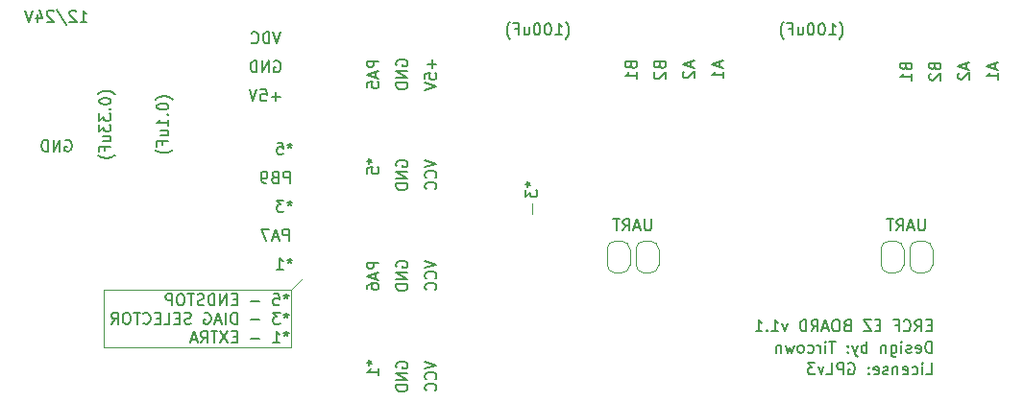
<source format=gbo>
G04 #@! TF.GenerationSoftware,KiCad,Pcbnew,(5.1.9)-1*
G04 #@! TF.CreationDate,2021-06-02T16:44:23+02:00*
G04 #@! TF.ProjectId,ercf-ez-board,65726366-2d65-47a2-9d62-6f6172642e6b,v1.1*
G04 #@! TF.SameCoordinates,Original*
G04 #@! TF.FileFunction,Legend,Bot*
G04 #@! TF.FilePolarity,Positive*
%FSLAX46Y46*%
G04 Gerber Fmt 4.6, Leading zero omitted, Abs format (unit mm)*
G04 Created by KiCad (PCBNEW (5.1.9)-1) date 2021-06-02 16:44:23*
%MOMM*%
%LPD*%
G01*
G04 APERTURE LIST*
%ADD10C,0.150000*%
%ADD11C,0.120000*%
%ADD12C,0.200000*%
G04 APERTURE END LIST*
D10*
X158414404Y-137088571D02*
X158081071Y-137088571D01*
X157938214Y-137612380D02*
X158414404Y-137612380D01*
X158414404Y-136612380D01*
X157938214Y-136612380D01*
X156938214Y-137612380D02*
X157271547Y-137136190D01*
X157509642Y-137612380D02*
X157509642Y-136612380D01*
X157128690Y-136612380D01*
X157033452Y-136660000D01*
X156985833Y-136707619D01*
X156938214Y-136802857D01*
X156938214Y-136945714D01*
X156985833Y-137040952D01*
X157033452Y-137088571D01*
X157128690Y-137136190D01*
X157509642Y-137136190D01*
X155938214Y-137517142D02*
X155985833Y-137564761D01*
X156128690Y-137612380D01*
X156223928Y-137612380D01*
X156366785Y-137564761D01*
X156462023Y-137469523D01*
X156509642Y-137374285D01*
X156557261Y-137183809D01*
X156557261Y-137040952D01*
X156509642Y-136850476D01*
X156462023Y-136755238D01*
X156366785Y-136660000D01*
X156223928Y-136612380D01*
X156128690Y-136612380D01*
X155985833Y-136660000D01*
X155938214Y-136707619D01*
X155176309Y-137088571D02*
X155509642Y-137088571D01*
X155509642Y-137612380D02*
X155509642Y-136612380D01*
X155033452Y-136612380D01*
X153890595Y-137088571D02*
X153557261Y-137088571D01*
X153414404Y-137612380D02*
X153890595Y-137612380D01*
X153890595Y-136612380D01*
X153414404Y-136612380D01*
X153081071Y-136612380D02*
X152414404Y-136612380D01*
X153081071Y-137612380D01*
X152414404Y-137612380D01*
X150938214Y-137088571D02*
X150795357Y-137136190D01*
X150747738Y-137183809D01*
X150700119Y-137279047D01*
X150700119Y-137421904D01*
X150747738Y-137517142D01*
X150795357Y-137564761D01*
X150890595Y-137612380D01*
X151271547Y-137612380D01*
X151271547Y-136612380D01*
X150938214Y-136612380D01*
X150842976Y-136660000D01*
X150795357Y-136707619D01*
X150747738Y-136802857D01*
X150747738Y-136898095D01*
X150795357Y-136993333D01*
X150842976Y-137040952D01*
X150938214Y-137088571D01*
X151271547Y-137088571D01*
X150081071Y-136612380D02*
X149890595Y-136612380D01*
X149795357Y-136660000D01*
X149700119Y-136755238D01*
X149652500Y-136945714D01*
X149652500Y-137279047D01*
X149700119Y-137469523D01*
X149795357Y-137564761D01*
X149890595Y-137612380D01*
X150081071Y-137612380D01*
X150176309Y-137564761D01*
X150271547Y-137469523D01*
X150319166Y-137279047D01*
X150319166Y-136945714D01*
X150271547Y-136755238D01*
X150176309Y-136660000D01*
X150081071Y-136612380D01*
X149271547Y-137326666D02*
X148795357Y-137326666D01*
X149366785Y-137612380D02*
X149033452Y-136612380D01*
X148700119Y-137612380D01*
X147795357Y-137612380D02*
X148128690Y-137136190D01*
X148366785Y-137612380D02*
X148366785Y-136612380D01*
X147985833Y-136612380D01*
X147890595Y-136660000D01*
X147842976Y-136707619D01*
X147795357Y-136802857D01*
X147795357Y-136945714D01*
X147842976Y-137040952D01*
X147890595Y-137088571D01*
X147985833Y-137136190D01*
X148366785Y-137136190D01*
X147366785Y-137612380D02*
X147366785Y-136612380D01*
X147128690Y-136612380D01*
X146985833Y-136660000D01*
X146890595Y-136755238D01*
X146842976Y-136850476D01*
X146795357Y-137040952D01*
X146795357Y-137183809D01*
X146842976Y-137374285D01*
X146890595Y-137469523D01*
X146985833Y-137564761D01*
X147128690Y-137612380D01*
X147366785Y-137612380D01*
X145700119Y-136945714D02*
X145462023Y-137612380D01*
X145223928Y-136945714D01*
X144319166Y-137612380D02*
X144890595Y-137612380D01*
X144604880Y-137612380D02*
X144604880Y-136612380D01*
X144700119Y-136755238D01*
X144795357Y-136850476D01*
X144890595Y-136898095D01*
X143890595Y-137517142D02*
X143842976Y-137564761D01*
X143890595Y-137612380D01*
X143938214Y-137564761D01*
X143890595Y-137517142D01*
X143890595Y-137612380D01*
X142890595Y-137612380D02*
X143462023Y-137612380D01*
X143176309Y-137612380D02*
X143176309Y-136612380D01*
X143271547Y-136755238D01*
X143366785Y-136850476D01*
X143462023Y-136898095D01*
X157938214Y-141422380D02*
X158414404Y-141422380D01*
X158414404Y-140422380D01*
X157604880Y-141422380D02*
X157604880Y-140755714D01*
X157604880Y-140422380D02*
X157652500Y-140470000D01*
X157604880Y-140517619D01*
X157557261Y-140470000D01*
X157604880Y-140422380D01*
X157604880Y-140517619D01*
X156700119Y-141374761D02*
X156795357Y-141422380D01*
X156985833Y-141422380D01*
X157081071Y-141374761D01*
X157128690Y-141327142D01*
X157176309Y-141231904D01*
X157176309Y-140946190D01*
X157128690Y-140850952D01*
X157081071Y-140803333D01*
X156985833Y-140755714D01*
X156795357Y-140755714D01*
X156700119Y-140803333D01*
X155890595Y-141374761D02*
X155985833Y-141422380D01*
X156176309Y-141422380D01*
X156271547Y-141374761D01*
X156319166Y-141279523D01*
X156319166Y-140898571D01*
X156271547Y-140803333D01*
X156176309Y-140755714D01*
X155985833Y-140755714D01*
X155890595Y-140803333D01*
X155842976Y-140898571D01*
X155842976Y-140993809D01*
X156319166Y-141089047D01*
X155414404Y-140755714D02*
X155414404Y-141422380D01*
X155414404Y-140850952D02*
X155366785Y-140803333D01*
X155271547Y-140755714D01*
X155128690Y-140755714D01*
X155033452Y-140803333D01*
X154985833Y-140898571D01*
X154985833Y-141422380D01*
X154557261Y-141374761D02*
X154462023Y-141422380D01*
X154271547Y-141422380D01*
X154176309Y-141374761D01*
X154128690Y-141279523D01*
X154128690Y-141231904D01*
X154176309Y-141136666D01*
X154271547Y-141089047D01*
X154414404Y-141089047D01*
X154509642Y-141041428D01*
X154557261Y-140946190D01*
X154557261Y-140898571D01*
X154509642Y-140803333D01*
X154414404Y-140755714D01*
X154271547Y-140755714D01*
X154176309Y-140803333D01*
X153319166Y-141374761D02*
X153414404Y-141422380D01*
X153604880Y-141422380D01*
X153700119Y-141374761D01*
X153747738Y-141279523D01*
X153747738Y-140898571D01*
X153700119Y-140803333D01*
X153604880Y-140755714D01*
X153414404Y-140755714D01*
X153319166Y-140803333D01*
X153271547Y-140898571D01*
X153271547Y-140993809D01*
X153747738Y-141089047D01*
X152842976Y-141327142D02*
X152795357Y-141374761D01*
X152842976Y-141422380D01*
X152890595Y-141374761D01*
X152842976Y-141327142D01*
X152842976Y-141422380D01*
X152842976Y-140803333D02*
X152795357Y-140850952D01*
X152842976Y-140898571D01*
X152890595Y-140850952D01*
X152842976Y-140803333D01*
X152842976Y-140898571D01*
X151081071Y-140470000D02*
X151176309Y-140422380D01*
X151319166Y-140422380D01*
X151462023Y-140470000D01*
X151557261Y-140565238D01*
X151604880Y-140660476D01*
X151652500Y-140850952D01*
X151652500Y-140993809D01*
X151604880Y-141184285D01*
X151557261Y-141279523D01*
X151462023Y-141374761D01*
X151319166Y-141422380D01*
X151223928Y-141422380D01*
X151081071Y-141374761D01*
X151033452Y-141327142D01*
X151033452Y-140993809D01*
X151223928Y-140993809D01*
X150604880Y-141422380D02*
X150604880Y-140422380D01*
X150223928Y-140422380D01*
X150128690Y-140470000D01*
X150081071Y-140517619D01*
X150033452Y-140612857D01*
X150033452Y-140755714D01*
X150081071Y-140850952D01*
X150128690Y-140898571D01*
X150223928Y-140946190D01*
X150604880Y-140946190D01*
X149128690Y-141422380D02*
X149604880Y-141422380D01*
X149604880Y-140422380D01*
X148890595Y-140755714D02*
X148652500Y-141422380D01*
X148414404Y-140755714D01*
X148128690Y-140422380D02*
X147509642Y-140422380D01*
X147842976Y-140803333D01*
X147700119Y-140803333D01*
X147604880Y-140850952D01*
X147557261Y-140898571D01*
X147509642Y-140993809D01*
X147509642Y-141231904D01*
X147557261Y-141327142D01*
X147604880Y-141374761D01*
X147700119Y-141422380D01*
X147985833Y-141422380D01*
X148081071Y-141374761D01*
X148128690Y-141327142D01*
X158414404Y-139517380D02*
X158414404Y-138517380D01*
X158176309Y-138517380D01*
X158033452Y-138565000D01*
X157938214Y-138660238D01*
X157890595Y-138755476D01*
X157842976Y-138945952D01*
X157842976Y-139088809D01*
X157890595Y-139279285D01*
X157938214Y-139374523D01*
X158033452Y-139469761D01*
X158176309Y-139517380D01*
X158414404Y-139517380D01*
X157033452Y-139469761D02*
X157128690Y-139517380D01*
X157319166Y-139517380D01*
X157414404Y-139469761D01*
X157462023Y-139374523D01*
X157462023Y-138993571D01*
X157414404Y-138898333D01*
X157319166Y-138850714D01*
X157128690Y-138850714D01*
X157033452Y-138898333D01*
X156985833Y-138993571D01*
X156985833Y-139088809D01*
X157462023Y-139184047D01*
X156604880Y-139469761D02*
X156509642Y-139517380D01*
X156319166Y-139517380D01*
X156223928Y-139469761D01*
X156176309Y-139374523D01*
X156176309Y-139326904D01*
X156223928Y-139231666D01*
X156319166Y-139184047D01*
X156462023Y-139184047D01*
X156557261Y-139136428D01*
X156604880Y-139041190D01*
X156604880Y-138993571D01*
X156557261Y-138898333D01*
X156462023Y-138850714D01*
X156319166Y-138850714D01*
X156223928Y-138898333D01*
X155747738Y-139517380D02*
X155747738Y-138850714D01*
X155747738Y-138517380D02*
X155795357Y-138565000D01*
X155747738Y-138612619D01*
X155700119Y-138565000D01*
X155747738Y-138517380D01*
X155747738Y-138612619D01*
X154842976Y-138850714D02*
X154842976Y-139660238D01*
X154890595Y-139755476D01*
X154938214Y-139803095D01*
X155033452Y-139850714D01*
X155176309Y-139850714D01*
X155271547Y-139803095D01*
X154842976Y-139469761D02*
X154938214Y-139517380D01*
X155128690Y-139517380D01*
X155223928Y-139469761D01*
X155271547Y-139422142D01*
X155319166Y-139326904D01*
X155319166Y-139041190D01*
X155271547Y-138945952D01*
X155223928Y-138898333D01*
X155128690Y-138850714D01*
X154938214Y-138850714D01*
X154842976Y-138898333D01*
X154366785Y-138850714D02*
X154366785Y-139517380D01*
X154366785Y-138945952D02*
X154319166Y-138898333D01*
X154223928Y-138850714D01*
X154081071Y-138850714D01*
X153985833Y-138898333D01*
X153938214Y-138993571D01*
X153938214Y-139517380D01*
X152700119Y-139517380D02*
X152700119Y-138517380D01*
X152700119Y-138898333D02*
X152604880Y-138850714D01*
X152414404Y-138850714D01*
X152319166Y-138898333D01*
X152271547Y-138945952D01*
X152223928Y-139041190D01*
X152223928Y-139326904D01*
X152271547Y-139422142D01*
X152319166Y-139469761D01*
X152414404Y-139517380D01*
X152604880Y-139517380D01*
X152700119Y-139469761D01*
X151890595Y-138850714D02*
X151652500Y-139517380D01*
X151414404Y-138850714D02*
X151652500Y-139517380D01*
X151747738Y-139755476D01*
X151795357Y-139803095D01*
X151890595Y-139850714D01*
X151033452Y-139422142D02*
X150985833Y-139469761D01*
X151033452Y-139517380D01*
X151081071Y-139469761D01*
X151033452Y-139422142D01*
X151033452Y-139517380D01*
X151033452Y-138898333D02*
X150985833Y-138945952D01*
X151033452Y-138993571D01*
X151081071Y-138945952D01*
X151033452Y-138898333D01*
X151033452Y-138993571D01*
X149938214Y-138517380D02*
X149366785Y-138517380D01*
X149652500Y-139517380D02*
X149652500Y-138517380D01*
X149033452Y-139517380D02*
X149033452Y-138850714D01*
X149033452Y-138517380D02*
X149081071Y-138565000D01*
X149033452Y-138612619D01*
X148985833Y-138565000D01*
X149033452Y-138517380D01*
X149033452Y-138612619D01*
X148557261Y-139517380D02*
X148557261Y-138850714D01*
X148557261Y-139041190D02*
X148509642Y-138945952D01*
X148462023Y-138898333D01*
X148366785Y-138850714D01*
X148271547Y-138850714D01*
X147509642Y-139469761D02*
X147604880Y-139517380D01*
X147795357Y-139517380D01*
X147890595Y-139469761D01*
X147938214Y-139422142D01*
X147985833Y-139326904D01*
X147985833Y-139041190D01*
X147938214Y-138945952D01*
X147890595Y-138898333D01*
X147795357Y-138850714D01*
X147604880Y-138850714D01*
X147509642Y-138898333D01*
X146938214Y-139517380D02*
X147033452Y-139469761D01*
X147081071Y-139422142D01*
X147128690Y-139326904D01*
X147128690Y-139041190D01*
X147081071Y-138945952D01*
X147033452Y-138898333D01*
X146938214Y-138850714D01*
X146795357Y-138850714D01*
X146700119Y-138898333D01*
X146652500Y-138945952D01*
X146604880Y-139041190D01*
X146604880Y-139326904D01*
X146652500Y-139422142D01*
X146700119Y-139469761D01*
X146795357Y-139517380D01*
X146938214Y-139517380D01*
X146271547Y-138850714D02*
X146081071Y-139517380D01*
X145890595Y-139041190D01*
X145700119Y-139517380D01*
X145509642Y-138850714D01*
X145128690Y-138850714D02*
X145128690Y-139517380D01*
X145128690Y-138945952D02*
X145081071Y-138898333D01*
X144985833Y-138850714D01*
X144842976Y-138850714D01*
X144747738Y-138898333D01*
X144700119Y-138993571D01*
X144700119Y-139517380D01*
X133675238Y-127722380D02*
X133675238Y-128531904D01*
X133627619Y-128627142D01*
X133580000Y-128674761D01*
X133484761Y-128722380D01*
X133294285Y-128722380D01*
X133199047Y-128674761D01*
X133151428Y-128627142D01*
X133103809Y-128531904D01*
X133103809Y-127722380D01*
X132675238Y-128436666D02*
X132199047Y-128436666D01*
X132770476Y-128722380D02*
X132437142Y-127722380D01*
X132103809Y-128722380D01*
X131199047Y-128722380D02*
X131532380Y-128246190D01*
X131770476Y-128722380D02*
X131770476Y-127722380D01*
X131389523Y-127722380D01*
X131294285Y-127770000D01*
X131246666Y-127817619D01*
X131199047Y-127912857D01*
X131199047Y-128055714D01*
X131246666Y-128150952D01*
X131294285Y-128198571D01*
X131389523Y-128246190D01*
X131770476Y-128246190D01*
X130913333Y-127722380D02*
X130341904Y-127722380D01*
X130627619Y-128722380D02*
X130627619Y-127722380D01*
X157805238Y-127722380D02*
X157805238Y-128531904D01*
X157757619Y-128627142D01*
X157710000Y-128674761D01*
X157614761Y-128722380D01*
X157424285Y-128722380D01*
X157329047Y-128674761D01*
X157281428Y-128627142D01*
X157233809Y-128531904D01*
X157233809Y-127722380D01*
X156805238Y-128436666D02*
X156329047Y-128436666D01*
X156900476Y-128722380D02*
X156567142Y-127722380D01*
X156233809Y-128722380D01*
X155329047Y-128722380D02*
X155662380Y-128246190D01*
X155900476Y-128722380D02*
X155900476Y-127722380D01*
X155519523Y-127722380D01*
X155424285Y-127770000D01*
X155376666Y-127817619D01*
X155329047Y-127912857D01*
X155329047Y-128055714D01*
X155376666Y-128150952D01*
X155424285Y-128198571D01*
X155519523Y-128246190D01*
X155900476Y-128246190D01*
X155043333Y-127722380D02*
X154471904Y-127722380D01*
X154757619Y-128722380D02*
X154757619Y-127722380D01*
X82041904Y-120785000D02*
X82137142Y-120737380D01*
X82280000Y-120737380D01*
X82422857Y-120785000D01*
X82518095Y-120880238D01*
X82565714Y-120975476D01*
X82613333Y-121165952D01*
X82613333Y-121308809D01*
X82565714Y-121499285D01*
X82518095Y-121594523D01*
X82422857Y-121689761D01*
X82280000Y-121737380D01*
X82184761Y-121737380D01*
X82041904Y-121689761D01*
X81994285Y-121642142D01*
X81994285Y-121308809D01*
X82184761Y-121308809D01*
X81565714Y-121737380D02*
X81565714Y-120737380D01*
X80994285Y-121737380D01*
X80994285Y-120737380D01*
X80518095Y-121737380D02*
X80518095Y-120737380D01*
X80280000Y-120737380D01*
X80137142Y-120785000D01*
X80041904Y-120880238D01*
X79994285Y-120975476D01*
X79946666Y-121165952D01*
X79946666Y-121308809D01*
X79994285Y-121499285D01*
X80041904Y-121594523D01*
X80137142Y-121689761D01*
X80280000Y-121737380D01*
X80518095Y-121737380D01*
X83375238Y-110307380D02*
X83946666Y-110307380D01*
X83660952Y-110307380D02*
X83660952Y-109307380D01*
X83756190Y-109450238D01*
X83851428Y-109545476D01*
X83946666Y-109593095D01*
X82994285Y-109402619D02*
X82946666Y-109355000D01*
X82851428Y-109307380D01*
X82613333Y-109307380D01*
X82518095Y-109355000D01*
X82470476Y-109402619D01*
X82422857Y-109497857D01*
X82422857Y-109593095D01*
X82470476Y-109735952D01*
X83041904Y-110307380D01*
X82422857Y-110307380D01*
X81280000Y-109259761D02*
X82137142Y-110545476D01*
X80994285Y-109402619D02*
X80946666Y-109355000D01*
X80851428Y-109307380D01*
X80613333Y-109307380D01*
X80518095Y-109355000D01*
X80470476Y-109402619D01*
X80422857Y-109497857D01*
X80422857Y-109593095D01*
X80470476Y-109735952D01*
X81041904Y-110307380D01*
X80422857Y-110307380D01*
X79565714Y-109640714D02*
X79565714Y-110307380D01*
X79803809Y-109259761D02*
X80041904Y-109974047D01*
X79422857Y-109974047D01*
X79184761Y-109307380D02*
X78851428Y-110307380D01*
X78518095Y-109307380D01*
X150280380Y-111831333D02*
X150328000Y-111783714D01*
X150423238Y-111640857D01*
X150470857Y-111545619D01*
X150518476Y-111402761D01*
X150566095Y-111164666D01*
X150566095Y-110974190D01*
X150518476Y-110736095D01*
X150470857Y-110593238D01*
X150423238Y-110498000D01*
X150328000Y-110355142D01*
X150280380Y-110307523D01*
X149375619Y-111450380D02*
X149947047Y-111450380D01*
X149661333Y-111450380D02*
X149661333Y-110450380D01*
X149756571Y-110593238D01*
X149851809Y-110688476D01*
X149947047Y-110736095D01*
X148756571Y-110450380D02*
X148661333Y-110450380D01*
X148566095Y-110498000D01*
X148518476Y-110545619D01*
X148470857Y-110640857D01*
X148423238Y-110831333D01*
X148423238Y-111069428D01*
X148470857Y-111259904D01*
X148518476Y-111355142D01*
X148566095Y-111402761D01*
X148661333Y-111450380D01*
X148756571Y-111450380D01*
X148851809Y-111402761D01*
X148899428Y-111355142D01*
X148947047Y-111259904D01*
X148994666Y-111069428D01*
X148994666Y-110831333D01*
X148947047Y-110640857D01*
X148899428Y-110545619D01*
X148851809Y-110498000D01*
X148756571Y-110450380D01*
X147804190Y-110450380D02*
X147708952Y-110450380D01*
X147613714Y-110498000D01*
X147566095Y-110545619D01*
X147518476Y-110640857D01*
X147470857Y-110831333D01*
X147470857Y-111069428D01*
X147518476Y-111259904D01*
X147566095Y-111355142D01*
X147613714Y-111402761D01*
X147708952Y-111450380D01*
X147804190Y-111450380D01*
X147899428Y-111402761D01*
X147947047Y-111355142D01*
X147994666Y-111259904D01*
X148042285Y-111069428D01*
X148042285Y-110831333D01*
X147994666Y-110640857D01*
X147947047Y-110545619D01*
X147899428Y-110498000D01*
X147804190Y-110450380D01*
X146613714Y-110783714D02*
X146613714Y-111450380D01*
X147042285Y-110783714D02*
X147042285Y-111307523D01*
X146994666Y-111402761D01*
X146899428Y-111450380D01*
X146756571Y-111450380D01*
X146661333Y-111402761D01*
X146613714Y-111355142D01*
X145804190Y-110926571D02*
X146137523Y-110926571D01*
X146137523Y-111450380D02*
X146137523Y-110450380D01*
X145661333Y-110450380D01*
X145375619Y-111831333D02*
X145328000Y-111783714D01*
X145232761Y-111640857D01*
X145185142Y-111545619D01*
X145137523Y-111402761D01*
X145089904Y-111164666D01*
X145089904Y-110974190D01*
X145137523Y-110736095D01*
X145185142Y-110593238D01*
X145232761Y-110498000D01*
X145328000Y-110355142D01*
X145375619Y-110307523D01*
X126150380Y-111831333D02*
X126198000Y-111783714D01*
X126293238Y-111640857D01*
X126340857Y-111545619D01*
X126388476Y-111402761D01*
X126436095Y-111164666D01*
X126436095Y-110974190D01*
X126388476Y-110736095D01*
X126340857Y-110593238D01*
X126293238Y-110498000D01*
X126198000Y-110355142D01*
X126150380Y-110307523D01*
X125245619Y-111450380D02*
X125817047Y-111450380D01*
X125531333Y-111450380D02*
X125531333Y-110450380D01*
X125626571Y-110593238D01*
X125721809Y-110688476D01*
X125817047Y-110736095D01*
X124626571Y-110450380D02*
X124531333Y-110450380D01*
X124436095Y-110498000D01*
X124388476Y-110545619D01*
X124340857Y-110640857D01*
X124293238Y-110831333D01*
X124293238Y-111069428D01*
X124340857Y-111259904D01*
X124388476Y-111355142D01*
X124436095Y-111402761D01*
X124531333Y-111450380D01*
X124626571Y-111450380D01*
X124721809Y-111402761D01*
X124769428Y-111355142D01*
X124817047Y-111259904D01*
X124864666Y-111069428D01*
X124864666Y-110831333D01*
X124817047Y-110640857D01*
X124769428Y-110545619D01*
X124721809Y-110498000D01*
X124626571Y-110450380D01*
X123674190Y-110450380D02*
X123578952Y-110450380D01*
X123483714Y-110498000D01*
X123436095Y-110545619D01*
X123388476Y-110640857D01*
X123340857Y-110831333D01*
X123340857Y-111069428D01*
X123388476Y-111259904D01*
X123436095Y-111355142D01*
X123483714Y-111402761D01*
X123578952Y-111450380D01*
X123674190Y-111450380D01*
X123769428Y-111402761D01*
X123817047Y-111355142D01*
X123864666Y-111259904D01*
X123912285Y-111069428D01*
X123912285Y-110831333D01*
X123864666Y-110640857D01*
X123817047Y-110545619D01*
X123769428Y-110498000D01*
X123674190Y-110450380D01*
X122483714Y-110783714D02*
X122483714Y-111450380D01*
X122912285Y-110783714D02*
X122912285Y-111307523D01*
X122864666Y-111402761D01*
X122769428Y-111450380D01*
X122626571Y-111450380D01*
X122531333Y-111402761D01*
X122483714Y-111355142D01*
X121674190Y-110926571D02*
X122007523Y-110926571D01*
X122007523Y-111450380D02*
X122007523Y-110450380D01*
X121531333Y-110450380D01*
X121245619Y-111831333D02*
X121198000Y-111783714D01*
X121102761Y-111640857D01*
X121055142Y-111545619D01*
X121007523Y-111402761D01*
X120959904Y-111164666D01*
X120959904Y-110974190D01*
X121007523Y-110736095D01*
X121055142Y-110593238D01*
X121102761Y-110498000D01*
X121198000Y-110355142D01*
X121245619Y-110307523D01*
X91511333Y-117165714D02*
X91463714Y-117118095D01*
X91320857Y-117022857D01*
X91225619Y-116975238D01*
X91082761Y-116927619D01*
X90844666Y-116880000D01*
X90654190Y-116880000D01*
X90416095Y-116927619D01*
X90273238Y-116975238D01*
X90178000Y-117022857D01*
X90035142Y-117118095D01*
X89987523Y-117165714D01*
X90130380Y-117737142D02*
X90130380Y-117832380D01*
X90178000Y-117927619D01*
X90225619Y-117975238D01*
X90320857Y-118022857D01*
X90511333Y-118070476D01*
X90749428Y-118070476D01*
X90939904Y-118022857D01*
X91035142Y-117975238D01*
X91082761Y-117927619D01*
X91130380Y-117832380D01*
X91130380Y-117737142D01*
X91082761Y-117641904D01*
X91035142Y-117594285D01*
X90939904Y-117546666D01*
X90749428Y-117499047D01*
X90511333Y-117499047D01*
X90320857Y-117546666D01*
X90225619Y-117594285D01*
X90178000Y-117641904D01*
X90130380Y-117737142D01*
X91035142Y-118499047D02*
X91082761Y-118546666D01*
X91130380Y-118499047D01*
X91082761Y-118451428D01*
X91035142Y-118499047D01*
X91130380Y-118499047D01*
X91130380Y-119499047D02*
X91130380Y-118927619D01*
X91130380Y-119213333D02*
X90130380Y-119213333D01*
X90273238Y-119118095D01*
X90368476Y-119022857D01*
X90416095Y-118927619D01*
X90463714Y-120356190D02*
X91130380Y-120356190D01*
X90463714Y-119927619D02*
X90987523Y-119927619D01*
X91082761Y-119975238D01*
X91130380Y-120070476D01*
X91130380Y-120213333D01*
X91082761Y-120308571D01*
X91035142Y-120356190D01*
X90606571Y-121165714D02*
X90606571Y-120832380D01*
X91130380Y-120832380D02*
X90130380Y-120832380D01*
X90130380Y-121308571D01*
X91511333Y-121594285D02*
X91463714Y-121641904D01*
X91320857Y-121737142D01*
X91225619Y-121784761D01*
X91082761Y-121832380D01*
X90844666Y-121880000D01*
X90654190Y-121880000D01*
X90416095Y-121832380D01*
X90273238Y-121784761D01*
X90178000Y-121737142D01*
X90035142Y-121641904D01*
X89987523Y-121594285D01*
X86431333Y-116689523D02*
X86383714Y-116641904D01*
X86240857Y-116546666D01*
X86145619Y-116499047D01*
X86002761Y-116451428D01*
X85764666Y-116403809D01*
X85574190Y-116403809D01*
X85336095Y-116451428D01*
X85193238Y-116499047D01*
X85098000Y-116546666D01*
X84955142Y-116641904D01*
X84907523Y-116689523D01*
X85050380Y-117260952D02*
X85050380Y-117356190D01*
X85098000Y-117451428D01*
X85145619Y-117499047D01*
X85240857Y-117546666D01*
X85431333Y-117594285D01*
X85669428Y-117594285D01*
X85859904Y-117546666D01*
X85955142Y-117499047D01*
X86002761Y-117451428D01*
X86050380Y-117356190D01*
X86050380Y-117260952D01*
X86002761Y-117165714D01*
X85955142Y-117118095D01*
X85859904Y-117070476D01*
X85669428Y-117022857D01*
X85431333Y-117022857D01*
X85240857Y-117070476D01*
X85145619Y-117118095D01*
X85098000Y-117165714D01*
X85050380Y-117260952D01*
X85955142Y-118022857D02*
X86002761Y-118070476D01*
X86050380Y-118022857D01*
X86002761Y-117975238D01*
X85955142Y-118022857D01*
X86050380Y-118022857D01*
X85050380Y-118403809D02*
X85050380Y-119022857D01*
X85431333Y-118689523D01*
X85431333Y-118832380D01*
X85478952Y-118927619D01*
X85526571Y-118975238D01*
X85621809Y-119022857D01*
X85859904Y-119022857D01*
X85955142Y-118975238D01*
X86002761Y-118927619D01*
X86050380Y-118832380D01*
X86050380Y-118546666D01*
X86002761Y-118451428D01*
X85955142Y-118403809D01*
X85050380Y-119356190D02*
X85050380Y-119975238D01*
X85431333Y-119641904D01*
X85431333Y-119784761D01*
X85478952Y-119880000D01*
X85526571Y-119927619D01*
X85621809Y-119975238D01*
X85859904Y-119975238D01*
X85955142Y-119927619D01*
X86002761Y-119880000D01*
X86050380Y-119784761D01*
X86050380Y-119499047D01*
X86002761Y-119403809D01*
X85955142Y-119356190D01*
X85383714Y-120832380D02*
X86050380Y-120832380D01*
X85383714Y-120403809D02*
X85907523Y-120403809D01*
X86002761Y-120451428D01*
X86050380Y-120546666D01*
X86050380Y-120689523D01*
X86002761Y-120784761D01*
X85955142Y-120832380D01*
X85526571Y-121641904D02*
X85526571Y-121308571D01*
X86050380Y-121308571D02*
X85050380Y-121308571D01*
X85050380Y-121784761D01*
X86431333Y-122070476D02*
X86383714Y-122118095D01*
X86240857Y-122213333D01*
X86145619Y-122260952D01*
X86002761Y-122308571D01*
X85764666Y-122356190D01*
X85574190Y-122356190D01*
X85336095Y-122308571D01*
X85193238Y-122260952D01*
X85098000Y-122213333D01*
X84955142Y-122118095D01*
X84907523Y-122070476D01*
D11*
X123190000Y-126365000D02*
X123190000Y-127254000D01*
X101981000Y-133985000D02*
X102997000Y-132969000D01*
X101981000Y-139065000D02*
X101981000Y-133985000D01*
X85471000Y-139065000D02*
X101981000Y-139065000D01*
X85471000Y-133985000D02*
X85471000Y-139065000D01*
X101981000Y-133985000D02*
X85471000Y-133985000D01*
D10*
X101502547Y-134327380D02*
X101502547Y-134565476D01*
X101740642Y-134470238D02*
X101502547Y-134565476D01*
X101264452Y-134470238D01*
X101645404Y-134755952D02*
X101502547Y-134565476D01*
X101359690Y-134755952D01*
X100407309Y-134327380D02*
X100883500Y-134327380D01*
X100931119Y-134803571D01*
X100883500Y-134755952D01*
X100788261Y-134708333D01*
X100550166Y-134708333D01*
X100454928Y-134755952D01*
X100407309Y-134803571D01*
X100359690Y-134898809D01*
X100359690Y-135136904D01*
X100407309Y-135232142D01*
X100454928Y-135279761D01*
X100550166Y-135327380D01*
X100788261Y-135327380D01*
X100883500Y-135279761D01*
X100931119Y-135232142D01*
X99169214Y-134946428D02*
X98407309Y-134946428D01*
X97169214Y-134803571D02*
X96835880Y-134803571D01*
X96693023Y-135327380D02*
X97169214Y-135327380D01*
X97169214Y-134327380D01*
X96693023Y-134327380D01*
X96264452Y-135327380D02*
X96264452Y-134327380D01*
X95693023Y-135327380D01*
X95693023Y-134327380D01*
X95216833Y-135327380D02*
X95216833Y-134327380D01*
X94978738Y-134327380D01*
X94835880Y-134375000D01*
X94740642Y-134470238D01*
X94693023Y-134565476D01*
X94645404Y-134755952D01*
X94645404Y-134898809D01*
X94693023Y-135089285D01*
X94740642Y-135184523D01*
X94835880Y-135279761D01*
X94978738Y-135327380D01*
X95216833Y-135327380D01*
X94264452Y-135279761D02*
X94121595Y-135327380D01*
X93883500Y-135327380D01*
X93788261Y-135279761D01*
X93740642Y-135232142D01*
X93693023Y-135136904D01*
X93693023Y-135041666D01*
X93740642Y-134946428D01*
X93788261Y-134898809D01*
X93883500Y-134851190D01*
X94073976Y-134803571D01*
X94169214Y-134755952D01*
X94216833Y-134708333D01*
X94264452Y-134613095D01*
X94264452Y-134517857D01*
X94216833Y-134422619D01*
X94169214Y-134375000D01*
X94073976Y-134327380D01*
X93835880Y-134327380D01*
X93693023Y-134375000D01*
X93407309Y-134327380D02*
X92835880Y-134327380D01*
X93121595Y-135327380D02*
X93121595Y-134327380D01*
X92312071Y-134327380D02*
X92121595Y-134327380D01*
X92026357Y-134375000D01*
X91931119Y-134470238D01*
X91883500Y-134660714D01*
X91883500Y-134994047D01*
X91931119Y-135184523D01*
X92026357Y-135279761D01*
X92121595Y-135327380D01*
X92312071Y-135327380D01*
X92407309Y-135279761D01*
X92502547Y-135184523D01*
X92550166Y-134994047D01*
X92550166Y-134660714D01*
X92502547Y-134470238D01*
X92407309Y-134375000D01*
X92312071Y-134327380D01*
X91454928Y-135327380D02*
X91454928Y-134327380D01*
X91073976Y-134327380D01*
X90978738Y-134375000D01*
X90931119Y-134422619D01*
X90883500Y-134517857D01*
X90883500Y-134660714D01*
X90931119Y-134755952D01*
X90978738Y-134803571D01*
X91073976Y-134851190D01*
X91454928Y-134851190D01*
X101502547Y-135977380D02*
X101502547Y-136215476D01*
X101740642Y-136120238D02*
X101502547Y-136215476D01*
X101264452Y-136120238D01*
X101645404Y-136405952D02*
X101502547Y-136215476D01*
X101359690Y-136405952D01*
X100978738Y-135977380D02*
X100359690Y-135977380D01*
X100693023Y-136358333D01*
X100550166Y-136358333D01*
X100454928Y-136405952D01*
X100407309Y-136453571D01*
X100359690Y-136548809D01*
X100359690Y-136786904D01*
X100407309Y-136882142D01*
X100454928Y-136929761D01*
X100550166Y-136977380D01*
X100835880Y-136977380D01*
X100931119Y-136929761D01*
X100978738Y-136882142D01*
X99169214Y-136596428D02*
X98407309Y-136596428D01*
X97169214Y-136977380D02*
X97169214Y-135977380D01*
X96931119Y-135977380D01*
X96788261Y-136025000D01*
X96693023Y-136120238D01*
X96645404Y-136215476D01*
X96597785Y-136405952D01*
X96597785Y-136548809D01*
X96645404Y-136739285D01*
X96693023Y-136834523D01*
X96788261Y-136929761D01*
X96931119Y-136977380D01*
X97169214Y-136977380D01*
X96169214Y-136977380D02*
X96169214Y-135977380D01*
X95740642Y-136691666D02*
X95264452Y-136691666D01*
X95835880Y-136977380D02*
X95502547Y-135977380D01*
X95169214Y-136977380D01*
X94312071Y-136025000D02*
X94407309Y-135977380D01*
X94550166Y-135977380D01*
X94693023Y-136025000D01*
X94788261Y-136120238D01*
X94835880Y-136215476D01*
X94883500Y-136405952D01*
X94883500Y-136548809D01*
X94835880Y-136739285D01*
X94788261Y-136834523D01*
X94693023Y-136929761D01*
X94550166Y-136977380D01*
X94454928Y-136977380D01*
X94312071Y-136929761D01*
X94264452Y-136882142D01*
X94264452Y-136548809D01*
X94454928Y-136548809D01*
X93121595Y-136929761D02*
X92978738Y-136977380D01*
X92740642Y-136977380D01*
X92645404Y-136929761D01*
X92597785Y-136882142D01*
X92550166Y-136786904D01*
X92550166Y-136691666D01*
X92597785Y-136596428D01*
X92645404Y-136548809D01*
X92740642Y-136501190D01*
X92931119Y-136453571D01*
X93026357Y-136405952D01*
X93073976Y-136358333D01*
X93121595Y-136263095D01*
X93121595Y-136167857D01*
X93073976Y-136072619D01*
X93026357Y-136025000D01*
X92931119Y-135977380D01*
X92693023Y-135977380D01*
X92550166Y-136025000D01*
X92121595Y-136453571D02*
X91788261Y-136453571D01*
X91645404Y-136977380D02*
X92121595Y-136977380D01*
X92121595Y-135977380D01*
X91645404Y-135977380D01*
X90740642Y-136977380D02*
X91216833Y-136977380D01*
X91216833Y-135977380D01*
X90407309Y-136453571D02*
X90073976Y-136453571D01*
X89931119Y-136977380D02*
X90407309Y-136977380D01*
X90407309Y-135977380D01*
X89931119Y-135977380D01*
X88931119Y-136882142D02*
X88978738Y-136929761D01*
X89121595Y-136977380D01*
X89216833Y-136977380D01*
X89359690Y-136929761D01*
X89454928Y-136834523D01*
X89502547Y-136739285D01*
X89550166Y-136548809D01*
X89550166Y-136405952D01*
X89502547Y-136215476D01*
X89454928Y-136120238D01*
X89359690Y-136025000D01*
X89216833Y-135977380D01*
X89121595Y-135977380D01*
X88978738Y-136025000D01*
X88931119Y-136072619D01*
X88645404Y-135977380D02*
X88073976Y-135977380D01*
X88359690Y-136977380D02*
X88359690Y-135977380D01*
X87550166Y-135977380D02*
X87359690Y-135977380D01*
X87264452Y-136025000D01*
X87169214Y-136120238D01*
X87121595Y-136310714D01*
X87121595Y-136644047D01*
X87169214Y-136834523D01*
X87264452Y-136929761D01*
X87359690Y-136977380D01*
X87550166Y-136977380D01*
X87645404Y-136929761D01*
X87740642Y-136834523D01*
X87788261Y-136644047D01*
X87788261Y-136310714D01*
X87740642Y-136120238D01*
X87645404Y-136025000D01*
X87550166Y-135977380D01*
X86121595Y-136977380D02*
X86454928Y-136501190D01*
X86693023Y-136977380D02*
X86693023Y-135977380D01*
X86312071Y-135977380D01*
X86216833Y-136025000D01*
X86169214Y-136072619D01*
X86121595Y-136167857D01*
X86121595Y-136310714D01*
X86169214Y-136405952D01*
X86216833Y-136453571D01*
X86312071Y-136501190D01*
X86693023Y-136501190D01*
X101502547Y-137627380D02*
X101502547Y-137865476D01*
X101740642Y-137770238D02*
X101502547Y-137865476D01*
X101264452Y-137770238D01*
X101645404Y-138055952D02*
X101502547Y-137865476D01*
X101359690Y-138055952D01*
X100359690Y-138627380D02*
X100931119Y-138627380D01*
X100645404Y-138627380D02*
X100645404Y-137627380D01*
X100740642Y-137770238D01*
X100835880Y-137865476D01*
X100931119Y-137913095D01*
X99169214Y-138246428D02*
X98407309Y-138246428D01*
X97169214Y-138103571D02*
X96835880Y-138103571D01*
X96693023Y-138627380D02*
X97169214Y-138627380D01*
X97169214Y-137627380D01*
X96693023Y-137627380D01*
X96359690Y-137627380D02*
X95693023Y-138627380D01*
X95693023Y-137627380D02*
X96359690Y-138627380D01*
X95454928Y-137627380D02*
X94883500Y-137627380D01*
X95169214Y-138627380D02*
X95169214Y-137627380D01*
X93978738Y-138627380D02*
X94312071Y-138151190D01*
X94550166Y-138627380D02*
X94550166Y-137627380D01*
X94169214Y-137627380D01*
X94073976Y-137675000D01*
X94026357Y-137722619D01*
X93978738Y-137817857D01*
X93978738Y-137960714D01*
X94026357Y-138055952D01*
X94073976Y-138103571D01*
X94169214Y-138151190D01*
X94550166Y-138151190D01*
X93597785Y-138341666D02*
X93121595Y-138341666D01*
X93693023Y-138627380D02*
X93359690Y-137627380D01*
X93026357Y-138627380D01*
X101822095Y-131151380D02*
X101822095Y-131389476D01*
X102060190Y-131294238D02*
X101822095Y-131389476D01*
X101584000Y-131294238D01*
X101964952Y-131579952D02*
X101822095Y-131389476D01*
X101679238Y-131579952D01*
X100679238Y-132151380D02*
X101250666Y-132151380D01*
X100964952Y-132151380D02*
X100964952Y-131151380D01*
X101060190Y-131294238D01*
X101155428Y-131389476D01*
X101250666Y-131437095D01*
X101822095Y-120991380D02*
X101822095Y-121229476D01*
X102060190Y-121134238D02*
X101822095Y-121229476D01*
X101584000Y-121134238D01*
X101964952Y-121419952D02*
X101822095Y-121229476D01*
X101679238Y-121419952D01*
X100726857Y-120991380D02*
X101203047Y-120991380D01*
X101250666Y-121467571D01*
X101203047Y-121419952D01*
X101107809Y-121372333D01*
X100869714Y-121372333D01*
X100774476Y-121419952D01*
X100726857Y-121467571D01*
X100679238Y-121562809D01*
X100679238Y-121800904D01*
X100726857Y-121896142D01*
X100774476Y-121943761D01*
X100869714Y-121991380D01*
X101107809Y-121991380D01*
X101203047Y-121943761D01*
X101250666Y-121896142D01*
X101822095Y-126071380D02*
X101822095Y-126309476D01*
X102060190Y-126214238D02*
X101822095Y-126309476D01*
X101584000Y-126214238D01*
X101964952Y-126499952D02*
X101822095Y-126309476D01*
X101679238Y-126499952D01*
X101298285Y-126071380D02*
X100679238Y-126071380D01*
X101012571Y-126452333D01*
X100869714Y-126452333D01*
X100774476Y-126499952D01*
X100726857Y-126547571D01*
X100679238Y-126642809D01*
X100679238Y-126880904D01*
X100726857Y-126976142D01*
X100774476Y-127023761D01*
X100869714Y-127071380D01*
X101155428Y-127071380D01*
X101250666Y-127023761D01*
X101298285Y-126976142D01*
X122642380Y-124618809D02*
X122880476Y-124618809D01*
X122785238Y-124380714D02*
X122880476Y-124618809D01*
X122785238Y-124856904D01*
X123070952Y-124475952D02*
X122880476Y-124618809D01*
X123070952Y-124761666D01*
X122642380Y-125142619D02*
X122642380Y-125761666D01*
X123023333Y-125428333D01*
X123023333Y-125571190D01*
X123070952Y-125666428D01*
X123118571Y-125714047D01*
X123213809Y-125761666D01*
X123451904Y-125761666D01*
X123547142Y-125714047D01*
X123594761Y-125666428D01*
X123642380Y-125571190D01*
X123642380Y-125285476D01*
X123594761Y-125190238D01*
X123547142Y-125142619D01*
X101822095Y-124531380D02*
X101822095Y-123531380D01*
X101441142Y-123531380D01*
X101345904Y-123579000D01*
X101298285Y-123626619D01*
X101250666Y-123721857D01*
X101250666Y-123864714D01*
X101298285Y-123959952D01*
X101345904Y-124007571D01*
X101441142Y-124055190D01*
X101822095Y-124055190D01*
X100488761Y-124007571D02*
X100345904Y-124055190D01*
X100298285Y-124102809D01*
X100250666Y-124198047D01*
X100250666Y-124340904D01*
X100298285Y-124436142D01*
X100345904Y-124483761D01*
X100441142Y-124531380D01*
X100822095Y-124531380D01*
X100822095Y-123531380D01*
X100488761Y-123531380D01*
X100393523Y-123579000D01*
X100345904Y-123626619D01*
X100298285Y-123721857D01*
X100298285Y-123817095D01*
X100345904Y-123912333D01*
X100393523Y-123959952D01*
X100488761Y-124007571D01*
X100822095Y-124007571D01*
X99774476Y-124531380D02*
X99584000Y-124531380D01*
X99488761Y-124483761D01*
X99441142Y-124436142D01*
X99345904Y-124293285D01*
X99298285Y-124102809D01*
X99298285Y-123721857D01*
X99345904Y-123626619D01*
X99393523Y-123579000D01*
X99488761Y-123531380D01*
X99679238Y-123531380D01*
X99774476Y-123579000D01*
X99822095Y-123626619D01*
X99869714Y-123721857D01*
X99869714Y-123959952D01*
X99822095Y-124055190D01*
X99774476Y-124102809D01*
X99679238Y-124150428D01*
X99488761Y-124150428D01*
X99393523Y-124102809D01*
X99345904Y-124055190D01*
X99298285Y-123959952D01*
X101750666Y-129611380D02*
X101750666Y-128611380D01*
X101369714Y-128611380D01*
X101274476Y-128659000D01*
X101226857Y-128706619D01*
X101179238Y-128801857D01*
X101179238Y-128944714D01*
X101226857Y-129039952D01*
X101274476Y-129087571D01*
X101369714Y-129135190D01*
X101750666Y-129135190D01*
X100798285Y-129325666D02*
X100322095Y-129325666D01*
X100893523Y-129611380D02*
X100560190Y-128611380D01*
X100226857Y-129611380D01*
X99988761Y-128611380D02*
X99322095Y-128611380D01*
X99750666Y-129611380D01*
X114371428Y-113649285D02*
X114371428Y-114411190D01*
X114752380Y-114030238D02*
X113990476Y-114030238D01*
X113752380Y-115363571D02*
X113752380Y-114887380D01*
X114228571Y-114839761D01*
X114180952Y-114887380D01*
X114133333Y-114982619D01*
X114133333Y-115220714D01*
X114180952Y-115315952D01*
X114228571Y-115363571D01*
X114323809Y-115411190D01*
X114561904Y-115411190D01*
X114657142Y-115363571D01*
X114704761Y-115315952D01*
X114752380Y-115220714D01*
X114752380Y-114982619D01*
X114704761Y-114887380D01*
X114657142Y-114839761D01*
X113752380Y-115696904D02*
X114752380Y-116030238D01*
X113752380Y-116363571D01*
X111260000Y-114173095D02*
X111212380Y-114077857D01*
X111212380Y-113935000D01*
X111260000Y-113792142D01*
X111355238Y-113696904D01*
X111450476Y-113649285D01*
X111640952Y-113601666D01*
X111783809Y-113601666D01*
X111974285Y-113649285D01*
X112069523Y-113696904D01*
X112164761Y-113792142D01*
X112212380Y-113935000D01*
X112212380Y-114030238D01*
X112164761Y-114173095D01*
X112117142Y-114220714D01*
X111783809Y-114220714D01*
X111783809Y-114030238D01*
X112212380Y-114649285D02*
X111212380Y-114649285D01*
X112212380Y-115220714D01*
X111212380Y-115220714D01*
X112212380Y-115696904D02*
X111212380Y-115696904D01*
X111212380Y-115935000D01*
X111260000Y-116077857D01*
X111355238Y-116173095D01*
X111450476Y-116220714D01*
X111640952Y-116268333D01*
X111783809Y-116268333D01*
X111974285Y-116220714D01*
X112069523Y-116173095D01*
X112164761Y-116077857D01*
X112212380Y-115935000D01*
X112212380Y-115696904D01*
X109672380Y-113768333D02*
X108672380Y-113768333D01*
X108672380Y-114149285D01*
X108720000Y-114244523D01*
X108767619Y-114292142D01*
X108862857Y-114339761D01*
X109005714Y-114339761D01*
X109100952Y-114292142D01*
X109148571Y-114244523D01*
X109196190Y-114149285D01*
X109196190Y-113768333D01*
X109386666Y-114720714D02*
X109386666Y-115196904D01*
X109672380Y-114625476D02*
X108672380Y-114958809D01*
X109672380Y-115292142D01*
X108672380Y-116101666D02*
X108672380Y-115625476D01*
X109148571Y-115577857D01*
X109100952Y-115625476D01*
X109053333Y-115720714D01*
X109053333Y-115958809D01*
X109100952Y-116054047D01*
X109148571Y-116101666D01*
X109243809Y-116149285D01*
X109481904Y-116149285D01*
X109577142Y-116101666D01*
X109624761Y-116054047D01*
X109672380Y-115958809D01*
X109672380Y-115720714D01*
X109624761Y-115625476D01*
X109577142Y-115577857D01*
X101028333Y-111212380D02*
X100695000Y-112212380D01*
X100361666Y-111212380D01*
X100028333Y-112212380D02*
X100028333Y-111212380D01*
X99790238Y-111212380D01*
X99647380Y-111260000D01*
X99552142Y-111355238D01*
X99504523Y-111450476D01*
X99456904Y-111640952D01*
X99456904Y-111783809D01*
X99504523Y-111974285D01*
X99552142Y-112069523D01*
X99647380Y-112164761D01*
X99790238Y-112212380D01*
X100028333Y-112212380D01*
X98456904Y-112117142D02*
X98504523Y-112164761D01*
X98647380Y-112212380D01*
X98742619Y-112212380D01*
X98885476Y-112164761D01*
X98980714Y-112069523D01*
X99028333Y-111974285D01*
X99075952Y-111783809D01*
X99075952Y-111640952D01*
X99028333Y-111450476D01*
X98980714Y-111355238D01*
X98885476Y-111260000D01*
X98742619Y-111212380D01*
X98647380Y-111212380D01*
X98504523Y-111260000D01*
X98456904Y-111307619D01*
X100980714Y-116911428D02*
X100218809Y-116911428D01*
X100599761Y-117292380D02*
X100599761Y-116530476D01*
X99266428Y-116292380D02*
X99742619Y-116292380D01*
X99790238Y-116768571D01*
X99742619Y-116720952D01*
X99647380Y-116673333D01*
X99409285Y-116673333D01*
X99314047Y-116720952D01*
X99266428Y-116768571D01*
X99218809Y-116863809D01*
X99218809Y-117101904D01*
X99266428Y-117197142D01*
X99314047Y-117244761D01*
X99409285Y-117292380D01*
X99647380Y-117292380D01*
X99742619Y-117244761D01*
X99790238Y-117197142D01*
X98933095Y-116292380D02*
X98599761Y-117292380D01*
X98266428Y-116292380D01*
X100456904Y-113800000D02*
X100552142Y-113752380D01*
X100695000Y-113752380D01*
X100837857Y-113800000D01*
X100933095Y-113895238D01*
X100980714Y-113990476D01*
X101028333Y-114180952D01*
X101028333Y-114323809D01*
X100980714Y-114514285D01*
X100933095Y-114609523D01*
X100837857Y-114704761D01*
X100695000Y-114752380D01*
X100599761Y-114752380D01*
X100456904Y-114704761D01*
X100409285Y-114657142D01*
X100409285Y-114323809D01*
X100599761Y-114323809D01*
X99980714Y-114752380D02*
X99980714Y-113752380D01*
X99409285Y-114752380D01*
X99409285Y-113752380D01*
X98933095Y-114752380D02*
X98933095Y-113752380D01*
X98695000Y-113752380D01*
X98552142Y-113800000D01*
X98456904Y-113895238D01*
X98409285Y-113990476D01*
X98361666Y-114180952D01*
X98361666Y-114323809D01*
X98409285Y-114514285D01*
X98456904Y-114609523D01*
X98552142Y-114704761D01*
X98695000Y-114752380D01*
X98933095Y-114752380D01*
X108672380Y-140366904D02*
X108910476Y-140366904D01*
X108815238Y-140128809D02*
X108910476Y-140366904D01*
X108815238Y-140605000D01*
X109100952Y-140224047D02*
X108910476Y-140366904D01*
X109100952Y-140509761D01*
X109672380Y-141509761D02*
X109672380Y-140938333D01*
X109672380Y-141224047D02*
X108672380Y-141224047D01*
X108815238Y-141128809D01*
X108910476Y-141033571D01*
X108958095Y-140938333D01*
X111260000Y-140843095D02*
X111212380Y-140747857D01*
X111212380Y-140605000D01*
X111260000Y-140462142D01*
X111355238Y-140366904D01*
X111450476Y-140319285D01*
X111640952Y-140271666D01*
X111783809Y-140271666D01*
X111974285Y-140319285D01*
X112069523Y-140366904D01*
X112164761Y-140462142D01*
X112212380Y-140605000D01*
X112212380Y-140700238D01*
X112164761Y-140843095D01*
X112117142Y-140890714D01*
X111783809Y-140890714D01*
X111783809Y-140700238D01*
X112212380Y-141319285D02*
X111212380Y-141319285D01*
X112212380Y-141890714D01*
X111212380Y-141890714D01*
X112212380Y-142366904D02*
X111212380Y-142366904D01*
X111212380Y-142605000D01*
X111260000Y-142747857D01*
X111355238Y-142843095D01*
X111450476Y-142890714D01*
X111640952Y-142938333D01*
X111783809Y-142938333D01*
X111974285Y-142890714D01*
X112069523Y-142843095D01*
X112164761Y-142747857D01*
X112212380Y-142605000D01*
X112212380Y-142366904D01*
X113752380Y-140271666D02*
X114752380Y-140605000D01*
X113752380Y-140938333D01*
X114657142Y-141843095D02*
X114704761Y-141795476D01*
X114752380Y-141652619D01*
X114752380Y-141557380D01*
X114704761Y-141414523D01*
X114609523Y-141319285D01*
X114514285Y-141271666D01*
X114323809Y-141224047D01*
X114180952Y-141224047D01*
X113990476Y-141271666D01*
X113895238Y-141319285D01*
X113800000Y-141414523D01*
X113752380Y-141557380D01*
X113752380Y-141652619D01*
X113800000Y-141795476D01*
X113847619Y-141843095D01*
X114657142Y-142843095D02*
X114704761Y-142795476D01*
X114752380Y-142652619D01*
X114752380Y-142557380D01*
X114704761Y-142414523D01*
X114609523Y-142319285D01*
X114514285Y-142271666D01*
X114323809Y-142224047D01*
X114180952Y-142224047D01*
X113990476Y-142271666D01*
X113895238Y-142319285D01*
X113800000Y-142414523D01*
X113752380Y-142557380D01*
X113752380Y-142652619D01*
X113800000Y-142795476D01*
X113847619Y-142843095D01*
X109672380Y-131548333D02*
X108672380Y-131548333D01*
X108672380Y-131929285D01*
X108720000Y-132024523D01*
X108767619Y-132072142D01*
X108862857Y-132119761D01*
X109005714Y-132119761D01*
X109100952Y-132072142D01*
X109148571Y-132024523D01*
X109196190Y-131929285D01*
X109196190Y-131548333D01*
X109386666Y-132500714D02*
X109386666Y-132976904D01*
X109672380Y-132405476D02*
X108672380Y-132738809D01*
X109672380Y-133072142D01*
X108672380Y-133834047D02*
X108672380Y-133643571D01*
X108720000Y-133548333D01*
X108767619Y-133500714D01*
X108910476Y-133405476D01*
X109100952Y-133357857D01*
X109481904Y-133357857D01*
X109577142Y-133405476D01*
X109624761Y-133453095D01*
X109672380Y-133548333D01*
X109672380Y-133738809D01*
X109624761Y-133834047D01*
X109577142Y-133881666D01*
X109481904Y-133929285D01*
X109243809Y-133929285D01*
X109148571Y-133881666D01*
X109100952Y-133834047D01*
X109053333Y-133738809D01*
X109053333Y-133548333D01*
X109100952Y-133453095D01*
X109148571Y-133405476D01*
X109243809Y-133357857D01*
X111260000Y-131953095D02*
X111212380Y-131857857D01*
X111212380Y-131715000D01*
X111260000Y-131572142D01*
X111355238Y-131476904D01*
X111450476Y-131429285D01*
X111640952Y-131381666D01*
X111783809Y-131381666D01*
X111974285Y-131429285D01*
X112069523Y-131476904D01*
X112164761Y-131572142D01*
X112212380Y-131715000D01*
X112212380Y-131810238D01*
X112164761Y-131953095D01*
X112117142Y-132000714D01*
X111783809Y-132000714D01*
X111783809Y-131810238D01*
X112212380Y-132429285D02*
X111212380Y-132429285D01*
X112212380Y-133000714D01*
X111212380Y-133000714D01*
X112212380Y-133476904D02*
X111212380Y-133476904D01*
X111212380Y-133715000D01*
X111260000Y-133857857D01*
X111355238Y-133953095D01*
X111450476Y-134000714D01*
X111640952Y-134048333D01*
X111783809Y-134048333D01*
X111974285Y-134000714D01*
X112069523Y-133953095D01*
X112164761Y-133857857D01*
X112212380Y-133715000D01*
X112212380Y-133476904D01*
X113752380Y-131381666D02*
X114752380Y-131715000D01*
X113752380Y-132048333D01*
X114657142Y-132953095D02*
X114704761Y-132905476D01*
X114752380Y-132762619D01*
X114752380Y-132667380D01*
X114704761Y-132524523D01*
X114609523Y-132429285D01*
X114514285Y-132381666D01*
X114323809Y-132334047D01*
X114180952Y-132334047D01*
X113990476Y-132381666D01*
X113895238Y-132429285D01*
X113800000Y-132524523D01*
X113752380Y-132667380D01*
X113752380Y-132762619D01*
X113800000Y-132905476D01*
X113847619Y-132953095D01*
X114657142Y-133953095D02*
X114704761Y-133905476D01*
X114752380Y-133762619D01*
X114752380Y-133667380D01*
X114704761Y-133524523D01*
X114609523Y-133429285D01*
X114514285Y-133381666D01*
X114323809Y-133334047D01*
X114180952Y-133334047D01*
X113990476Y-133381666D01*
X113895238Y-133429285D01*
X113800000Y-133524523D01*
X113752380Y-133667380D01*
X113752380Y-133762619D01*
X113800000Y-133905476D01*
X113847619Y-133953095D01*
X113752380Y-122491666D02*
X114752380Y-122825000D01*
X113752380Y-123158333D01*
X114657142Y-124063095D02*
X114704761Y-124015476D01*
X114752380Y-123872619D01*
X114752380Y-123777380D01*
X114704761Y-123634523D01*
X114609523Y-123539285D01*
X114514285Y-123491666D01*
X114323809Y-123444047D01*
X114180952Y-123444047D01*
X113990476Y-123491666D01*
X113895238Y-123539285D01*
X113800000Y-123634523D01*
X113752380Y-123777380D01*
X113752380Y-123872619D01*
X113800000Y-124015476D01*
X113847619Y-124063095D01*
X114657142Y-125063095D02*
X114704761Y-125015476D01*
X114752380Y-124872619D01*
X114752380Y-124777380D01*
X114704761Y-124634523D01*
X114609523Y-124539285D01*
X114514285Y-124491666D01*
X114323809Y-124444047D01*
X114180952Y-124444047D01*
X113990476Y-124491666D01*
X113895238Y-124539285D01*
X113800000Y-124634523D01*
X113752380Y-124777380D01*
X113752380Y-124872619D01*
X113800000Y-125015476D01*
X113847619Y-125063095D01*
X111260000Y-123063095D02*
X111212380Y-122967857D01*
X111212380Y-122825000D01*
X111260000Y-122682142D01*
X111355238Y-122586904D01*
X111450476Y-122539285D01*
X111640952Y-122491666D01*
X111783809Y-122491666D01*
X111974285Y-122539285D01*
X112069523Y-122586904D01*
X112164761Y-122682142D01*
X112212380Y-122825000D01*
X112212380Y-122920238D01*
X112164761Y-123063095D01*
X112117142Y-123110714D01*
X111783809Y-123110714D01*
X111783809Y-122920238D01*
X112212380Y-123539285D02*
X111212380Y-123539285D01*
X112212380Y-124110714D01*
X111212380Y-124110714D01*
X112212380Y-124586904D02*
X111212380Y-124586904D01*
X111212380Y-124825000D01*
X111260000Y-124967857D01*
X111355238Y-125063095D01*
X111450476Y-125110714D01*
X111640952Y-125158333D01*
X111783809Y-125158333D01*
X111974285Y-125110714D01*
X112069523Y-125063095D01*
X112164761Y-124967857D01*
X112212380Y-124825000D01*
X112212380Y-124586904D01*
X108672380Y-122586904D02*
X108910476Y-122586904D01*
X108815238Y-122348809D02*
X108910476Y-122586904D01*
X108815238Y-122825000D01*
X109100952Y-122444047D02*
X108910476Y-122586904D01*
X109100952Y-122729761D01*
X108672380Y-123682142D02*
X108672380Y-123205952D01*
X109148571Y-123158333D01*
X109100952Y-123205952D01*
X109053333Y-123301190D01*
X109053333Y-123539285D01*
X109100952Y-123634523D01*
X109148571Y-123682142D01*
X109243809Y-123729761D01*
X109481904Y-123729761D01*
X109577142Y-123682142D01*
X109624761Y-123634523D01*
X109672380Y-123539285D01*
X109672380Y-123301190D01*
X109624761Y-123205952D01*
X109577142Y-123158333D01*
D12*
X139739666Y-113839714D02*
X139739666Y-114315904D01*
X140025380Y-113744476D02*
X139025380Y-114077809D01*
X140025380Y-114411142D01*
X140025380Y-115268285D02*
X140025380Y-114696857D01*
X140025380Y-114982571D02*
X139025380Y-114982571D01*
X139168238Y-114887333D01*
X139263476Y-114792095D01*
X139311095Y-114696857D01*
D10*
X131881571Y-114149238D02*
X131929190Y-114292095D01*
X131976809Y-114339714D01*
X132072047Y-114387333D01*
X132214904Y-114387333D01*
X132310142Y-114339714D01*
X132357761Y-114292095D01*
X132405380Y-114196857D01*
X132405380Y-113815904D01*
X131405380Y-113815904D01*
X131405380Y-114149238D01*
X131453000Y-114244476D01*
X131500619Y-114292095D01*
X131595857Y-114339714D01*
X131691095Y-114339714D01*
X131786333Y-114292095D01*
X131833952Y-114244476D01*
X131881571Y-114149238D01*
X131881571Y-113815904D01*
X132405380Y-115339714D02*
X132405380Y-114768285D01*
X132405380Y-115054000D02*
X131405380Y-115054000D01*
X131548238Y-114958761D01*
X131643476Y-114863523D01*
X131691095Y-114768285D01*
X137199666Y-113839714D02*
X137199666Y-114315904D01*
X137485380Y-113744476D02*
X136485380Y-114077809D01*
X137485380Y-114411142D01*
X136580619Y-114696857D02*
X136533000Y-114744476D01*
X136485380Y-114839714D01*
X136485380Y-115077809D01*
X136533000Y-115173047D01*
X136580619Y-115220666D01*
X136675857Y-115268285D01*
X136771095Y-115268285D01*
X136913952Y-115220666D01*
X137485380Y-114649238D01*
X137485380Y-115268285D01*
X134421571Y-114149238D02*
X134469190Y-114292095D01*
X134516809Y-114339714D01*
X134612047Y-114387333D01*
X134754904Y-114387333D01*
X134850142Y-114339714D01*
X134897761Y-114292095D01*
X134945380Y-114196857D01*
X134945380Y-113815904D01*
X133945380Y-113815904D01*
X133945380Y-114149238D01*
X133993000Y-114244476D01*
X134040619Y-114292095D01*
X134135857Y-114339714D01*
X134231095Y-114339714D01*
X134326333Y-114292095D01*
X134373952Y-114244476D01*
X134421571Y-114149238D01*
X134421571Y-113815904D01*
X134040619Y-114768285D02*
X133993000Y-114815904D01*
X133945380Y-114911142D01*
X133945380Y-115149238D01*
X133993000Y-115244476D01*
X134040619Y-115292095D01*
X134135857Y-115339714D01*
X134231095Y-115339714D01*
X134373952Y-115292095D01*
X134945380Y-114720666D01*
X134945380Y-115339714D01*
X156138571Y-114276238D02*
X156186190Y-114419095D01*
X156233809Y-114466714D01*
X156329047Y-114514333D01*
X156471904Y-114514333D01*
X156567142Y-114466714D01*
X156614761Y-114419095D01*
X156662380Y-114323857D01*
X156662380Y-113942904D01*
X155662380Y-113942904D01*
X155662380Y-114276238D01*
X155710000Y-114371476D01*
X155757619Y-114419095D01*
X155852857Y-114466714D01*
X155948095Y-114466714D01*
X156043333Y-114419095D01*
X156090952Y-114371476D01*
X156138571Y-114276238D01*
X156138571Y-113942904D01*
X156662380Y-115466714D02*
X156662380Y-114895285D01*
X156662380Y-115181000D02*
X155662380Y-115181000D01*
X155805238Y-115085761D01*
X155900476Y-114990523D01*
X155948095Y-114895285D01*
X158678571Y-114276238D02*
X158726190Y-114419095D01*
X158773809Y-114466714D01*
X158869047Y-114514333D01*
X159011904Y-114514333D01*
X159107142Y-114466714D01*
X159154761Y-114419095D01*
X159202380Y-114323857D01*
X159202380Y-113942904D01*
X158202380Y-113942904D01*
X158202380Y-114276238D01*
X158250000Y-114371476D01*
X158297619Y-114419095D01*
X158392857Y-114466714D01*
X158488095Y-114466714D01*
X158583333Y-114419095D01*
X158630952Y-114371476D01*
X158678571Y-114276238D01*
X158678571Y-113942904D01*
X158297619Y-114895285D02*
X158250000Y-114942904D01*
X158202380Y-115038142D01*
X158202380Y-115276238D01*
X158250000Y-115371476D01*
X158297619Y-115419095D01*
X158392857Y-115466714D01*
X158488095Y-115466714D01*
X158630952Y-115419095D01*
X159202380Y-114847666D01*
X159202380Y-115466714D01*
X161456666Y-113966714D02*
X161456666Y-114442904D01*
X161742380Y-113871476D02*
X160742380Y-114204809D01*
X161742380Y-114538142D01*
X160837619Y-114823857D02*
X160790000Y-114871476D01*
X160742380Y-114966714D01*
X160742380Y-115204809D01*
X160790000Y-115300047D01*
X160837619Y-115347666D01*
X160932857Y-115395285D01*
X161028095Y-115395285D01*
X161170952Y-115347666D01*
X161742380Y-114776238D01*
X161742380Y-115395285D01*
D12*
X163996666Y-113966714D02*
X163996666Y-114442904D01*
X164282380Y-113871476D02*
X163282380Y-114204809D01*
X164282380Y-114538142D01*
X164282380Y-115395285D02*
X164282380Y-114823857D01*
X164282380Y-115109571D02*
X163282380Y-115109571D01*
X163425238Y-115014333D01*
X163520476Y-114919095D01*
X163568095Y-114823857D01*
D11*
X130510000Y-129664000D02*
G75*
G03*
X129810000Y-130364000I0J-700000D01*
G01*
X131810000Y-130364000D02*
G75*
G03*
X131110000Y-129664000I-700000J0D01*
G01*
X131110000Y-132464000D02*
G75*
G03*
X131810000Y-131764000I0J700000D01*
G01*
X129810000Y-131764000D02*
G75*
G03*
X130510000Y-132464000I700000J0D01*
G01*
X131110000Y-129664000D02*
X130510000Y-129664000D01*
X131810000Y-131764000D02*
X131810000Y-130364000D01*
X130510000Y-132464000D02*
X131110000Y-132464000D01*
X129810000Y-130364000D02*
X129810000Y-131764000D01*
X133650000Y-132464000D02*
G75*
G03*
X134350000Y-131764000I0J700000D01*
G01*
X132350000Y-131764000D02*
G75*
G03*
X133050000Y-132464000I700000J0D01*
G01*
X133050000Y-129664000D02*
G75*
G03*
X132350000Y-130364000I0J-700000D01*
G01*
X134350000Y-130364000D02*
G75*
G03*
X133650000Y-129664000I-700000J0D01*
G01*
X133050000Y-132464000D02*
X133650000Y-132464000D01*
X132350000Y-130364000D02*
X132350000Y-131764000D01*
X133650000Y-129664000D02*
X133050000Y-129664000D01*
X134350000Y-131764000D02*
X134350000Y-130364000D01*
X153940000Y-130364000D02*
X153940000Y-131764000D01*
X154640000Y-132464000D02*
X155240000Y-132464000D01*
X155940000Y-131764000D02*
X155940000Y-130364000D01*
X155240000Y-129664000D02*
X154640000Y-129664000D01*
X153940000Y-131764000D02*
G75*
G03*
X154640000Y-132464000I700000J0D01*
G01*
X155240000Y-132464000D02*
G75*
G03*
X155940000Y-131764000I0J700000D01*
G01*
X155940000Y-130364000D02*
G75*
G03*
X155240000Y-129664000I-700000J0D01*
G01*
X154640000Y-129664000D02*
G75*
G03*
X153940000Y-130364000I0J-700000D01*
G01*
X157780000Y-132464000D02*
G75*
G03*
X158480000Y-131764000I0J700000D01*
G01*
X156480000Y-131764000D02*
G75*
G03*
X157180000Y-132464000I700000J0D01*
G01*
X157180000Y-129664000D02*
G75*
G03*
X156480000Y-130364000I0J-700000D01*
G01*
X158480000Y-130364000D02*
G75*
G03*
X157780000Y-129664000I-700000J0D01*
G01*
X157180000Y-132464000D02*
X157780000Y-132464000D01*
X156480000Y-130364000D02*
X156480000Y-131764000D01*
X157780000Y-129664000D02*
X157180000Y-129664000D01*
X158480000Y-131764000D02*
X158480000Y-130364000D01*
M02*

</source>
